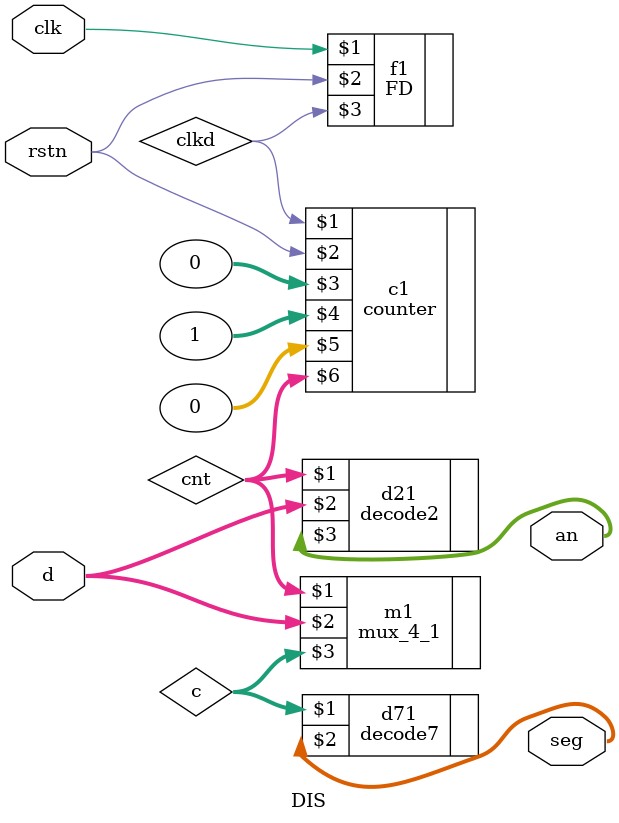
<source format=v>
`timescale 1ns / 1ps


module DIS(
    input [15:0] d,
    input clk,
    input rstn,
    output [3:0] an,
    output [6:0] seg
    );
    wire clkd;
    wire [1:0] cnt;
    wire [3:0] c;
    FD f1(clk,rstn,clkd);
    counter c1(clkd,rstn,0,1,0,cnt[1:0]);
    decode2 d21(cnt[1:0],d[15:0],an[3:0]);
    mux_4_1 m1(cnt[1:0],d[15:0],c[3:0]);
    decode7 d71(c[3:0],seg[6:0]);
endmodule

</source>
